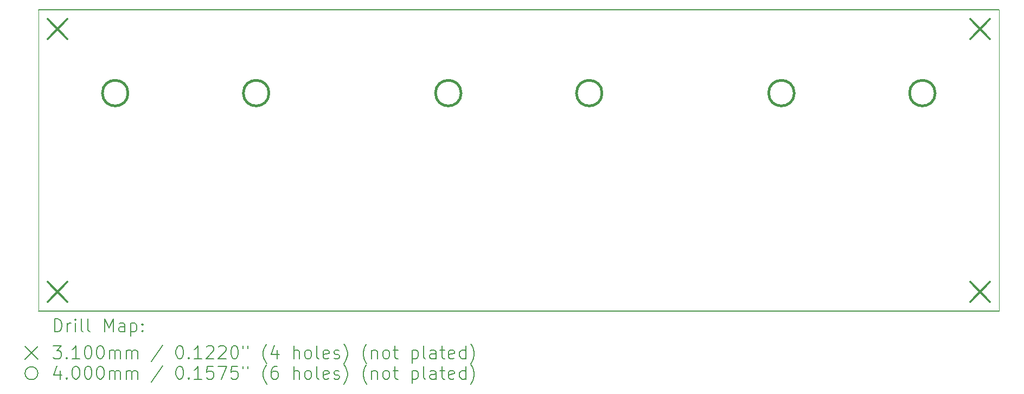
<source format=gbr>
%TF.GenerationSoftware,KiCad,Pcbnew,7.0.5*%
%TF.CreationDate,2023-09-06T13:33:30-04:00*%
%TF.ProjectId,untitled,756e7469-746c-4656-942e-6b696361645f,rev?*%
%TF.SameCoordinates,Original*%
%TF.FileFunction,Drillmap*%
%TF.FilePolarity,Positive*%
%FSLAX45Y45*%
G04 Gerber Fmt 4.5, Leading zero omitted, Abs format (unit mm)*
G04 Created by KiCad (PCBNEW 7.0.5) date 2023-09-06 13:33:30*
%MOMM*%
%LPD*%
G01*
G04 APERTURE LIST*
%ADD10C,0.050000*%
%ADD11C,0.152400*%
%ADD12C,0.200000*%
%ADD13C,0.310000*%
%ADD14C,0.400000*%
G04 APERTURE END LIST*
D10*
X7350110Y-7000360D02*
X7350110Y-11709400D01*
D11*
X7350110Y-11709400D02*
X22350110Y-11709400D01*
D10*
X22350110Y-7000360D02*
X22350110Y-11709400D01*
D11*
X22350110Y-7000360D02*
X7350110Y-7000360D01*
D12*
D13*
X7495110Y-7145360D02*
X7805110Y-7455360D01*
X7805110Y-7145360D02*
X7495110Y-7455360D01*
X7495110Y-11249600D02*
X7805110Y-11559600D01*
X7805110Y-11249600D02*
X7495110Y-11559600D01*
X21895110Y-7145360D02*
X22205110Y-7455360D01*
X22205110Y-7145360D02*
X21895110Y-7455360D01*
X21895110Y-11249600D02*
X22205110Y-11559600D01*
X22205110Y-11249600D02*
X21895110Y-11559600D01*
D14*
X8750110Y-8300360D02*
G75*
G03*
X8750110Y-8300360I-200000J0D01*
G01*
X10950110Y-8300360D02*
G75*
G03*
X10950110Y-8300360I-200000J0D01*
G01*
X13950110Y-8300360D02*
G75*
G03*
X13950110Y-8300360I-200000J0D01*
G01*
X16150110Y-8300360D02*
G75*
G03*
X16150110Y-8300360I-200000J0D01*
G01*
X19150110Y-8300360D02*
G75*
G03*
X19150110Y-8300360I-200000J0D01*
G01*
X21350110Y-8300360D02*
G75*
G03*
X21350110Y-8300360I-200000J0D01*
G01*
D12*
X7603267Y-12028504D02*
X7603267Y-11828504D01*
X7603267Y-11828504D02*
X7650886Y-11828504D01*
X7650886Y-11828504D02*
X7679457Y-11838028D01*
X7679457Y-11838028D02*
X7698505Y-11857075D01*
X7698505Y-11857075D02*
X7708029Y-11876123D01*
X7708029Y-11876123D02*
X7717552Y-11914218D01*
X7717552Y-11914218D02*
X7717552Y-11942789D01*
X7717552Y-11942789D02*
X7708029Y-11980885D01*
X7708029Y-11980885D02*
X7698505Y-11999932D01*
X7698505Y-11999932D02*
X7679457Y-12018980D01*
X7679457Y-12018980D02*
X7650886Y-12028504D01*
X7650886Y-12028504D02*
X7603267Y-12028504D01*
X7803267Y-12028504D02*
X7803267Y-11895170D01*
X7803267Y-11933266D02*
X7812791Y-11914218D01*
X7812791Y-11914218D02*
X7822314Y-11904694D01*
X7822314Y-11904694D02*
X7841362Y-11895170D01*
X7841362Y-11895170D02*
X7860410Y-11895170D01*
X7927076Y-12028504D02*
X7927076Y-11895170D01*
X7927076Y-11828504D02*
X7917552Y-11838028D01*
X7917552Y-11838028D02*
X7927076Y-11847551D01*
X7927076Y-11847551D02*
X7936600Y-11838028D01*
X7936600Y-11838028D02*
X7927076Y-11828504D01*
X7927076Y-11828504D02*
X7927076Y-11847551D01*
X8050886Y-12028504D02*
X8031838Y-12018980D01*
X8031838Y-12018980D02*
X8022314Y-11999932D01*
X8022314Y-11999932D02*
X8022314Y-11828504D01*
X8155648Y-12028504D02*
X8136600Y-12018980D01*
X8136600Y-12018980D02*
X8127076Y-11999932D01*
X8127076Y-11999932D02*
X8127076Y-11828504D01*
X8384219Y-12028504D02*
X8384219Y-11828504D01*
X8384219Y-11828504D02*
X8450886Y-11971361D01*
X8450886Y-11971361D02*
X8517553Y-11828504D01*
X8517553Y-11828504D02*
X8517553Y-12028504D01*
X8698505Y-12028504D02*
X8698505Y-11923742D01*
X8698505Y-11923742D02*
X8688981Y-11904694D01*
X8688981Y-11904694D02*
X8669934Y-11895170D01*
X8669934Y-11895170D02*
X8631838Y-11895170D01*
X8631838Y-11895170D02*
X8612791Y-11904694D01*
X8698505Y-12018980D02*
X8679457Y-12028504D01*
X8679457Y-12028504D02*
X8631838Y-12028504D01*
X8631838Y-12028504D02*
X8612791Y-12018980D01*
X8612791Y-12018980D02*
X8603267Y-11999932D01*
X8603267Y-11999932D02*
X8603267Y-11980885D01*
X8603267Y-11980885D02*
X8612791Y-11961837D01*
X8612791Y-11961837D02*
X8631838Y-11952313D01*
X8631838Y-11952313D02*
X8679457Y-11952313D01*
X8679457Y-11952313D02*
X8698505Y-11942789D01*
X8793743Y-11895170D02*
X8793743Y-12095170D01*
X8793743Y-11904694D02*
X8812791Y-11895170D01*
X8812791Y-11895170D02*
X8850886Y-11895170D01*
X8850886Y-11895170D02*
X8869934Y-11904694D01*
X8869934Y-11904694D02*
X8879457Y-11914218D01*
X8879457Y-11914218D02*
X8888981Y-11933266D01*
X8888981Y-11933266D02*
X8888981Y-11990408D01*
X8888981Y-11990408D02*
X8879457Y-12009456D01*
X8879457Y-12009456D02*
X8869934Y-12018980D01*
X8869934Y-12018980D02*
X8850886Y-12028504D01*
X8850886Y-12028504D02*
X8812791Y-12028504D01*
X8812791Y-12028504D02*
X8793743Y-12018980D01*
X8974695Y-12009456D02*
X8984219Y-12018980D01*
X8984219Y-12018980D02*
X8974695Y-12028504D01*
X8974695Y-12028504D02*
X8965172Y-12018980D01*
X8965172Y-12018980D02*
X8974695Y-12009456D01*
X8974695Y-12009456D02*
X8974695Y-12028504D01*
X8974695Y-11904694D02*
X8984219Y-11914218D01*
X8984219Y-11914218D02*
X8974695Y-11923742D01*
X8974695Y-11923742D02*
X8965172Y-11914218D01*
X8965172Y-11914218D02*
X8974695Y-11904694D01*
X8974695Y-11904694D02*
X8974695Y-11923742D01*
X7142490Y-12257020D02*
X7342490Y-12457020D01*
X7342490Y-12257020D02*
X7142490Y-12457020D01*
X7584219Y-12248504D02*
X7708029Y-12248504D01*
X7708029Y-12248504D02*
X7641362Y-12324694D01*
X7641362Y-12324694D02*
X7669933Y-12324694D01*
X7669933Y-12324694D02*
X7688981Y-12334218D01*
X7688981Y-12334218D02*
X7698505Y-12343742D01*
X7698505Y-12343742D02*
X7708029Y-12362789D01*
X7708029Y-12362789D02*
X7708029Y-12410408D01*
X7708029Y-12410408D02*
X7698505Y-12429456D01*
X7698505Y-12429456D02*
X7688981Y-12438980D01*
X7688981Y-12438980D02*
X7669933Y-12448504D01*
X7669933Y-12448504D02*
X7612791Y-12448504D01*
X7612791Y-12448504D02*
X7593743Y-12438980D01*
X7593743Y-12438980D02*
X7584219Y-12429456D01*
X7793743Y-12429456D02*
X7803267Y-12438980D01*
X7803267Y-12438980D02*
X7793743Y-12448504D01*
X7793743Y-12448504D02*
X7784219Y-12438980D01*
X7784219Y-12438980D02*
X7793743Y-12429456D01*
X7793743Y-12429456D02*
X7793743Y-12448504D01*
X7993743Y-12448504D02*
X7879457Y-12448504D01*
X7936600Y-12448504D02*
X7936600Y-12248504D01*
X7936600Y-12248504D02*
X7917552Y-12277075D01*
X7917552Y-12277075D02*
X7898505Y-12296123D01*
X7898505Y-12296123D02*
X7879457Y-12305647D01*
X8117552Y-12248504D02*
X8136600Y-12248504D01*
X8136600Y-12248504D02*
X8155648Y-12258028D01*
X8155648Y-12258028D02*
X8165172Y-12267551D01*
X8165172Y-12267551D02*
X8174695Y-12286599D01*
X8174695Y-12286599D02*
X8184219Y-12324694D01*
X8184219Y-12324694D02*
X8184219Y-12372313D01*
X8184219Y-12372313D02*
X8174695Y-12410408D01*
X8174695Y-12410408D02*
X8165172Y-12429456D01*
X8165172Y-12429456D02*
X8155648Y-12438980D01*
X8155648Y-12438980D02*
X8136600Y-12448504D01*
X8136600Y-12448504D02*
X8117552Y-12448504D01*
X8117552Y-12448504D02*
X8098505Y-12438980D01*
X8098505Y-12438980D02*
X8088981Y-12429456D01*
X8088981Y-12429456D02*
X8079457Y-12410408D01*
X8079457Y-12410408D02*
X8069933Y-12372313D01*
X8069933Y-12372313D02*
X8069933Y-12324694D01*
X8069933Y-12324694D02*
X8079457Y-12286599D01*
X8079457Y-12286599D02*
X8088981Y-12267551D01*
X8088981Y-12267551D02*
X8098505Y-12258028D01*
X8098505Y-12258028D02*
X8117552Y-12248504D01*
X8308029Y-12248504D02*
X8327076Y-12248504D01*
X8327076Y-12248504D02*
X8346124Y-12258028D01*
X8346124Y-12258028D02*
X8355648Y-12267551D01*
X8355648Y-12267551D02*
X8365172Y-12286599D01*
X8365172Y-12286599D02*
X8374695Y-12324694D01*
X8374695Y-12324694D02*
X8374695Y-12372313D01*
X8374695Y-12372313D02*
X8365172Y-12410408D01*
X8365172Y-12410408D02*
X8355648Y-12429456D01*
X8355648Y-12429456D02*
X8346124Y-12438980D01*
X8346124Y-12438980D02*
X8327076Y-12448504D01*
X8327076Y-12448504D02*
X8308029Y-12448504D01*
X8308029Y-12448504D02*
X8288981Y-12438980D01*
X8288981Y-12438980D02*
X8279457Y-12429456D01*
X8279457Y-12429456D02*
X8269933Y-12410408D01*
X8269933Y-12410408D02*
X8260410Y-12372313D01*
X8260410Y-12372313D02*
X8260410Y-12324694D01*
X8260410Y-12324694D02*
X8269933Y-12286599D01*
X8269933Y-12286599D02*
X8279457Y-12267551D01*
X8279457Y-12267551D02*
X8288981Y-12258028D01*
X8288981Y-12258028D02*
X8308029Y-12248504D01*
X8460410Y-12448504D02*
X8460410Y-12315170D01*
X8460410Y-12334218D02*
X8469934Y-12324694D01*
X8469934Y-12324694D02*
X8488981Y-12315170D01*
X8488981Y-12315170D02*
X8517553Y-12315170D01*
X8517553Y-12315170D02*
X8536600Y-12324694D01*
X8536600Y-12324694D02*
X8546124Y-12343742D01*
X8546124Y-12343742D02*
X8546124Y-12448504D01*
X8546124Y-12343742D02*
X8555648Y-12324694D01*
X8555648Y-12324694D02*
X8574695Y-12315170D01*
X8574695Y-12315170D02*
X8603267Y-12315170D01*
X8603267Y-12315170D02*
X8622315Y-12324694D01*
X8622315Y-12324694D02*
X8631838Y-12343742D01*
X8631838Y-12343742D02*
X8631838Y-12448504D01*
X8727076Y-12448504D02*
X8727076Y-12315170D01*
X8727076Y-12334218D02*
X8736600Y-12324694D01*
X8736600Y-12324694D02*
X8755648Y-12315170D01*
X8755648Y-12315170D02*
X8784219Y-12315170D01*
X8784219Y-12315170D02*
X8803267Y-12324694D01*
X8803267Y-12324694D02*
X8812791Y-12343742D01*
X8812791Y-12343742D02*
X8812791Y-12448504D01*
X8812791Y-12343742D02*
X8822315Y-12324694D01*
X8822315Y-12324694D02*
X8841362Y-12315170D01*
X8841362Y-12315170D02*
X8869934Y-12315170D01*
X8869934Y-12315170D02*
X8888981Y-12324694D01*
X8888981Y-12324694D02*
X8898505Y-12343742D01*
X8898505Y-12343742D02*
X8898505Y-12448504D01*
X9288981Y-12238980D02*
X9117553Y-12496123D01*
X9546124Y-12248504D02*
X9565172Y-12248504D01*
X9565172Y-12248504D02*
X9584219Y-12258028D01*
X9584219Y-12258028D02*
X9593743Y-12267551D01*
X9593743Y-12267551D02*
X9603267Y-12286599D01*
X9603267Y-12286599D02*
X9612791Y-12324694D01*
X9612791Y-12324694D02*
X9612791Y-12372313D01*
X9612791Y-12372313D02*
X9603267Y-12410408D01*
X9603267Y-12410408D02*
X9593743Y-12429456D01*
X9593743Y-12429456D02*
X9584219Y-12438980D01*
X9584219Y-12438980D02*
X9565172Y-12448504D01*
X9565172Y-12448504D02*
X9546124Y-12448504D01*
X9546124Y-12448504D02*
X9527077Y-12438980D01*
X9527077Y-12438980D02*
X9517553Y-12429456D01*
X9517553Y-12429456D02*
X9508029Y-12410408D01*
X9508029Y-12410408D02*
X9498505Y-12372313D01*
X9498505Y-12372313D02*
X9498505Y-12324694D01*
X9498505Y-12324694D02*
X9508029Y-12286599D01*
X9508029Y-12286599D02*
X9517553Y-12267551D01*
X9517553Y-12267551D02*
X9527077Y-12258028D01*
X9527077Y-12258028D02*
X9546124Y-12248504D01*
X9698505Y-12429456D02*
X9708029Y-12438980D01*
X9708029Y-12438980D02*
X9698505Y-12448504D01*
X9698505Y-12448504D02*
X9688981Y-12438980D01*
X9688981Y-12438980D02*
X9698505Y-12429456D01*
X9698505Y-12429456D02*
X9698505Y-12448504D01*
X9898505Y-12448504D02*
X9784219Y-12448504D01*
X9841362Y-12448504D02*
X9841362Y-12248504D01*
X9841362Y-12248504D02*
X9822315Y-12277075D01*
X9822315Y-12277075D02*
X9803267Y-12296123D01*
X9803267Y-12296123D02*
X9784219Y-12305647D01*
X9974696Y-12267551D02*
X9984219Y-12258028D01*
X9984219Y-12258028D02*
X10003267Y-12248504D01*
X10003267Y-12248504D02*
X10050886Y-12248504D01*
X10050886Y-12248504D02*
X10069934Y-12258028D01*
X10069934Y-12258028D02*
X10079458Y-12267551D01*
X10079458Y-12267551D02*
X10088981Y-12286599D01*
X10088981Y-12286599D02*
X10088981Y-12305647D01*
X10088981Y-12305647D02*
X10079458Y-12334218D01*
X10079458Y-12334218D02*
X9965172Y-12448504D01*
X9965172Y-12448504D02*
X10088981Y-12448504D01*
X10165172Y-12267551D02*
X10174696Y-12258028D01*
X10174696Y-12258028D02*
X10193743Y-12248504D01*
X10193743Y-12248504D02*
X10241362Y-12248504D01*
X10241362Y-12248504D02*
X10260410Y-12258028D01*
X10260410Y-12258028D02*
X10269934Y-12267551D01*
X10269934Y-12267551D02*
X10279458Y-12286599D01*
X10279458Y-12286599D02*
X10279458Y-12305647D01*
X10279458Y-12305647D02*
X10269934Y-12334218D01*
X10269934Y-12334218D02*
X10155648Y-12448504D01*
X10155648Y-12448504D02*
X10279458Y-12448504D01*
X10403267Y-12248504D02*
X10422315Y-12248504D01*
X10422315Y-12248504D02*
X10441362Y-12258028D01*
X10441362Y-12258028D02*
X10450886Y-12267551D01*
X10450886Y-12267551D02*
X10460410Y-12286599D01*
X10460410Y-12286599D02*
X10469934Y-12324694D01*
X10469934Y-12324694D02*
X10469934Y-12372313D01*
X10469934Y-12372313D02*
X10460410Y-12410408D01*
X10460410Y-12410408D02*
X10450886Y-12429456D01*
X10450886Y-12429456D02*
X10441362Y-12438980D01*
X10441362Y-12438980D02*
X10422315Y-12448504D01*
X10422315Y-12448504D02*
X10403267Y-12448504D01*
X10403267Y-12448504D02*
X10384219Y-12438980D01*
X10384219Y-12438980D02*
X10374696Y-12429456D01*
X10374696Y-12429456D02*
X10365172Y-12410408D01*
X10365172Y-12410408D02*
X10355648Y-12372313D01*
X10355648Y-12372313D02*
X10355648Y-12324694D01*
X10355648Y-12324694D02*
X10365172Y-12286599D01*
X10365172Y-12286599D02*
X10374696Y-12267551D01*
X10374696Y-12267551D02*
X10384219Y-12258028D01*
X10384219Y-12258028D02*
X10403267Y-12248504D01*
X10546124Y-12248504D02*
X10546124Y-12286599D01*
X10622315Y-12248504D02*
X10622315Y-12286599D01*
X10917553Y-12524694D02*
X10908029Y-12515170D01*
X10908029Y-12515170D02*
X10888981Y-12486599D01*
X10888981Y-12486599D02*
X10879458Y-12467551D01*
X10879458Y-12467551D02*
X10869934Y-12438980D01*
X10869934Y-12438980D02*
X10860410Y-12391361D01*
X10860410Y-12391361D02*
X10860410Y-12353266D01*
X10860410Y-12353266D02*
X10869934Y-12305647D01*
X10869934Y-12305647D02*
X10879458Y-12277075D01*
X10879458Y-12277075D02*
X10888981Y-12258028D01*
X10888981Y-12258028D02*
X10908029Y-12229456D01*
X10908029Y-12229456D02*
X10917553Y-12219932D01*
X11079458Y-12315170D02*
X11079458Y-12448504D01*
X11031839Y-12238980D02*
X10984220Y-12381837D01*
X10984220Y-12381837D02*
X11108029Y-12381837D01*
X11336600Y-12448504D02*
X11336600Y-12248504D01*
X11422315Y-12448504D02*
X11422315Y-12343742D01*
X11422315Y-12343742D02*
X11412791Y-12324694D01*
X11412791Y-12324694D02*
X11393743Y-12315170D01*
X11393743Y-12315170D02*
X11365172Y-12315170D01*
X11365172Y-12315170D02*
X11346124Y-12324694D01*
X11346124Y-12324694D02*
X11336600Y-12334218D01*
X11546124Y-12448504D02*
X11527077Y-12438980D01*
X11527077Y-12438980D02*
X11517553Y-12429456D01*
X11517553Y-12429456D02*
X11508029Y-12410408D01*
X11508029Y-12410408D02*
X11508029Y-12353266D01*
X11508029Y-12353266D02*
X11517553Y-12334218D01*
X11517553Y-12334218D02*
X11527077Y-12324694D01*
X11527077Y-12324694D02*
X11546124Y-12315170D01*
X11546124Y-12315170D02*
X11574696Y-12315170D01*
X11574696Y-12315170D02*
X11593743Y-12324694D01*
X11593743Y-12324694D02*
X11603267Y-12334218D01*
X11603267Y-12334218D02*
X11612791Y-12353266D01*
X11612791Y-12353266D02*
X11612791Y-12410408D01*
X11612791Y-12410408D02*
X11603267Y-12429456D01*
X11603267Y-12429456D02*
X11593743Y-12438980D01*
X11593743Y-12438980D02*
X11574696Y-12448504D01*
X11574696Y-12448504D02*
X11546124Y-12448504D01*
X11727077Y-12448504D02*
X11708029Y-12438980D01*
X11708029Y-12438980D02*
X11698505Y-12419932D01*
X11698505Y-12419932D02*
X11698505Y-12248504D01*
X11879458Y-12438980D02*
X11860410Y-12448504D01*
X11860410Y-12448504D02*
X11822315Y-12448504D01*
X11822315Y-12448504D02*
X11803267Y-12438980D01*
X11803267Y-12438980D02*
X11793743Y-12419932D01*
X11793743Y-12419932D02*
X11793743Y-12343742D01*
X11793743Y-12343742D02*
X11803267Y-12324694D01*
X11803267Y-12324694D02*
X11822315Y-12315170D01*
X11822315Y-12315170D02*
X11860410Y-12315170D01*
X11860410Y-12315170D02*
X11879458Y-12324694D01*
X11879458Y-12324694D02*
X11888981Y-12343742D01*
X11888981Y-12343742D02*
X11888981Y-12362789D01*
X11888981Y-12362789D02*
X11793743Y-12381837D01*
X11965172Y-12438980D02*
X11984220Y-12448504D01*
X11984220Y-12448504D02*
X12022315Y-12448504D01*
X12022315Y-12448504D02*
X12041362Y-12438980D01*
X12041362Y-12438980D02*
X12050886Y-12419932D01*
X12050886Y-12419932D02*
X12050886Y-12410408D01*
X12050886Y-12410408D02*
X12041362Y-12391361D01*
X12041362Y-12391361D02*
X12022315Y-12381837D01*
X12022315Y-12381837D02*
X11993743Y-12381837D01*
X11993743Y-12381837D02*
X11974696Y-12372313D01*
X11974696Y-12372313D02*
X11965172Y-12353266D01*
X11965172Y-12353266D02*
X11965172Y-12343742D01*
X11965172Y-12343742D02*
X11974696Y-12324694D01*
X11974696Y-12324694D02*
X11993743Y-12315170D01*
X11993743Y-12315170D02*
X12022315Y-12315170D01*
X12022315Y-12315170D02*
X12041362Y-12324694D01*
X12117553Y-12524694D02*
X12127077Y-12515170D01*
X12127077Y-12515170D02*
X12146124Y-12486599D01*
X12146124Y-12486599D02*
X12155648Y-12467551D01*
X12155648Y-12467551D02*
X12165172Y-12438980D01*
X12165172Y-12438980D02*
X12174696Y-12391361D01*
X12174696Y-12391361D02*
X12174696Y-12353266D01*
X12174696Y-12353266D02*
X12165172Y-12305647D01*
X12165172Y-12305647D02*
X12155648Y-12277075D01*
X12155648Y-12277075D02*
X12146124Y-12258028D01*
X12146124Y-12258028D02*
X12127077Y-12229456D01*
X12127077Y-12229456D02*
X12117553Y-12219932D01*
X12479458Y-12524694D02*
X12469934Y-12515170D01*
X12469934Y-12515170D02*
X12450886Y-12486599D01*
X12450886Y-12486599D02*
X12441362Y-12467551D01*
X12441362Y-12467551D02*
X12431839Y-12438980D01*
X12431839Y-12438980D02*
X12422315Y-12391361D01*
X12422315Y-12391361D02*
X12422315Y-12353266D01*
X12422315Y-12353266D02*
X12431839Y-12305647D01*
X12431839Y-12305647D02*
X12441362Y-12277075D01*
X12441362Y-12277075D02*
X12450886Y-12258028D01*
X12450886Y-12258028D02*
X12469934Y-12229456D01*
X12469934Y-12229456D02*
X12479458Y-12219932D01*
X12555648Y-12315170D02*
X12555648Y-12448504D01*
X12555648Y-12334218D02*
X12565172Y-12324694D01*
X12565172Y-12324694D02*
X12584220Y-12315170D01*
X12584220Y-12315170D02*
X12612791Y-12315170D01*
X12612791Y-12315170D02*
X12631839Y-12324694D01*
X12631839Y-12324694D02*
X12641362Y-12343742D01*
X12641362Y-12343742D02*
X12641362Y-12448504D01*
X12765172Y-12448504D02*
X12746124Y-12438980D01*
X12746124Y-12438980D02*
X12736601Y-12429456D01*
X12736601Y-12429456D02*
X12727077Y-12410408D01*
X12727077Y-12410408D02*
X12727077Y-12353266D01*
X12727077Y-12353266D02*
X12736601Y-12334218D01*
X12736601Y-12334218D02*
X12746124Y-12324694D01*
X12746124Y-12324694D02*
X12765172Y-12315170D01*
X12765172Y-12315170D02*
X12793743Y-12315170D01*
X12793743Y-12315170D02*
X12812791Y-12324694D01*
X12812791Y-12324694D02*
X12822315Y-12334218D01*
X12822315Y-12334218D02*
X12831839Y-12353266D01*
X12831839Y-12353266D02*
X12831839Y-12410408D01*
X12831839Y-12410408D02*
X12822315Y-12429456D01*
X12822315Y-12429456D02*
X12812791Y-12438980D01*
X12812791Y-12438980D02*
X12793743Y-12448504D01*
X12793743Y-12448504D02*
X12765172Y-12448504D01*
X12888982Y-12315170D02*
X12965172Y-12315170D01*
X12917553Y-12248504D02*
X12917553Y-12419932D01*
X12917553Y-12419932D02*
X12927077Y-12438980D01*
X12927077Y-12438980D02*
X12946124Y-12448504D01*
X12946124Y-12448504D02*
X12965172Y-12448504D01*
X13184220Y-12315170D02*
X13184220Y-12515170D01*
X13184220Y-12324694D02*
X13203267Y-12315170D01*
X13203267Y-12315170D02*
X13241363Y-12315170D01*
X13241363Y-12315170D02*
X13260410Y-12324694D01*
X13260410Y-12324694D02*
X13269934Y-12334218D01*
X13269934Y-12334218D02*
X13279458Y-12353266D01*
X13279458Y-12353266D02*
X13279458Y-12410408D01*
X13279458Y-12410408D02*
X13269934Y-12429456D01*
X13269934Y-12429456D02*
X13260410Y-12438980D01*
X13260410Y-12438980D02*
X13241363Y-12448504D01*
X13241363Y-12448504D02*
X13203267Y-12448504D01*
X13203267Y-12448504D02*
X13184220Y-12438980D01*
X13393743Y-12448504D02*
X13374696Y-12438980D01*
X13374696Y-12438980D02*
X13365172Y-12419932D01*
X13365172Y-12419932D02*
X13365172Y-12248504D01*
X13555648Y-12448504D02*
X13555648Y-12343742D01*
X13555648Y-12343742D02*
X13546124Y-12324694D01*
X13546124Y-12324694D02*
X13527077Y-12315170D01*
X13527077Y-12315170D02*
X13488982Y-12315170D01*
X13488982Y-12315170D02*
X13469934Y-12324694D01*
X13555648Y-12438980D02*
X13536601Y-12448504D01*
X13536601Y-12448504D02*
X13488982Y-12448504D01*
X13488982Y-12448504D02*
X13469934Y-12438980D01*
X13469934Y-12438980D02*
X13460410Y-12419932D01*
X13460410Y-12419932D02*
X13460410Y-12400885D01*
X13460410Y-12400885D02*
X13469934Y-12381837D01*
X13469934Y-12381837D02*
X13488982Y-12372313D01*
X13488982Y-12372313D02*
X13536601Y-12372313D01*
X13536601Y-12372313D02*
X13555648Y-12362789D01*
X13622315Y-12315170D02*
X13698505Y-12315170D01*
X13650886Y-12248504D02*
X13650886Y-12419932D01*
X13650886Y-12419932D02*
X13660410Y-12438980D01*
X13660410Y-12438980D02*
X13679458Y-12448504D01*
X13679458Y-12448504D02*
X13698505Y-12448504D01*
X13841363Y-12438980D02*
X13822315Y-12448504D01*
X13822315Y-12448504D02*
X13784220Y-12448504D01*
X13784220Y-12448504D02*
X13765172Y-12438980D01*
X13765172Y-12438980D02*
X13755648Y-12419932D01*
X13755648Y-12419932D02*
X13755648Y-12343742D01*
X13755648Y-12343742D02*
X13765172Y-12324694D01*
X13765172Y-12324694D02*
X13784220Y-12315170D01*
X13784220Y-12315170D02*
X13822315Y-12315170D01*
X13822315Y-12315170D02*
X13841363Y-12324694D01*
X13841363Y-12324694D02*
X13850886Y-12343742D01*
X13850886Y-12343742D02*
X13850886Y-12362789D01*
X13850886Y-12362789D02*
X13755648Y-12381837D01*
X14022315Y-12448504D02*
X14022315Y-12248504D01*
X14022315Y-12438980D02*
X14003267Y-12448504D01*
X14003267Y-12448504D02*
X13965172Y-12448504D01*
X13965172Y-12448504D02*
X13946124Y-12438980D01*
X13946124Y-12438980D02*
X13936601Y-12429456D01*
X13936601Y-12429456D02*
X13927077Y-12410408D01*
X13927077Y-12410408D02*
X13927077Y-12353266D01*
X13927077Y-12353266D02*
X13936601Y-12334218D01*
X13936601Y-12334218D02*
X13946124Y-12324694D01*
X13946124Y-12324694D02*
X13965172Y-12315170D01*
X13965172Y-12315170D02*
X14003267Y-12315170D01*
X14003267Y-12315170D02*
X14022315Y-12324694D01*
X14098505Y-12524694D02*
X14108029Y-12515170D01*
X14108029Y-12515170D02*
X14127077Y-12486599D01*
X14127077Y-12486599D02*
X14136601Y-12467551D01*
X14136601Y-12467551D02*
X14146124Y-12438980D01*
X14146124Y-12438980D02*
X14155648Y-12391361D01*
X14155648Y-12391361D02*
X14155648Y-12353266D01*
X14155648Y-12353266D02*
X14146124Y-12305647D01*
X14146124Y-12305647D02*
X14136601Y-12277075D01*
X14136601Y-12277075D02*
X14127077Y-12258028D01*
X14127077Y-12258028D02*
X14108029Y-12229456D01*
X14108029Y-12229456D02*
X14098505Y-12219932D01*
X7342490Y-12677020D02*
G75*
G03*
X7342490Y-12677020I-100000J0D01*
G01*
X7688981Y-12635170D02*
X7688981Y-12768504D01*
X7641362Y-12558980D02*
X7593743Y-12701837D01*
X7593743Y-12701837D02*
X7717552Y-12701837D01*
X7793743Y-12749456D02*
X7803267Y-12758980D01*
X7803267Y-12758980D02*
X7793743Y-12768504D01*
X7793743Y-12768504D02*
X7784219Y-12758980D01*
X7784219Y-12758980D02*
X7793743Y-12749456D01*
X7793743Y-12749456D02*
X7793743Y-12768504D01*
X7927076Y-12568504D02*
X7946124Y-12568504D01*
X7946124Y-12568504D02*
X7965172Y-12578028D01*
X7965172Y-12578028D02*
X7974695Y-12587551D01*
X7974695Y-12587551D02*
X7984219Y-12606599D01*
X7984219Y-12606599D02*
X7993743Y-12644694D01*
X7993743Y-12644694D02*
X7993743Y-12692313D01*
X7993743Y-12692313D02*
X7984219Y-12730408D01*
X7984219Y-12730408D02*
X7974695Y-12749456D01*
X7974695Y-12749456D02*
X7965172Y-12758980D01*
X7965172Y-12758980D02*
X7946124Y-12768504D01*
X7946124Y-12768504D02*
X7927076Y-12768504D01*
X7927076Y-12768504D02*
X7908029Y-12758980D01*
X7908029Y-12758980D02*
X7898505Y-12749456D01*
X7898505Y-12749456D02*
X7888981Y-12730408D01*
X7888981Y-12730408D02*
X7879457Y-12692313D01*
X7879457Y-12692313D02*
X7879457Y-12644694D01*
X7879457Y-12644694D02*
X7888981Y-12606599D01*
X7888981Y-12606599D02*
X7898505Y-12587551D01*
X7898505Y-12587551D02*
X7908029Y-12578028D01*
X7908029Y-12578028D02*
X7927076Y-12568504D01*
X8117552Y-12568504D02*
X8136600Y-12568504D01*
X8136600Y-12568504D02*
X8155648Y-12578028D01*
X8155648Y-12578028D02*
X8165172Y-12587551D01*
X8165172Y-12587551D02*
X8174695Y-12606599D01*
X8174695Y-12606599D02*
X8184219Y-12644694D01*
X8184219Y-12644694D02*
X8184219Y-12692313D01*
X8184219Y-12692313D02*
X8174695Y-12730408D01*
X8174695Y-12730408D02*
X8165172Y-12749456D01*
X8165172Y-12749456D02*
X8155648Y-12758980D01*
X8155648Y-12758980D02*
X8136600Y-12768504D01*
X8136600Y-12768504D02*
X8117552Y-12768504D01*
X8117552Y-12768504D02*
X8098505Y-12758980D01*
X8098505Y-12758980D02*
X8088981Y-12749456D01*
X8088981Y-12749456D02*
X8079457Y-12730408D01*
X8079457Y-12730408D02*
X8069933Y-12692313D01*
X8069933Y-12692313D02*
X8069933Y-12644694D01*
X8069933Y-12644694D02*
X8079457Y-12606599D01*
X8079457Y-12606599D02*
X8088981Y-12587551D01*
X8088981Y-12587551D02*
X8098505Y-12578028D01*
X8098505Y-12578028D02*
X8117552Y-12568504D01*
X8308029Y-12568504D02*
X8327076Y-12568504D01*
X8327076Y-12568504D02*
X8346124Y-12578028D01*
X8346124Y-12578028D02*
X8355648Y-12587551D01*
X8355648Y-12587551D02*
X8365172Y-12606599D01*
X8365172Y-12606599D02*
X8374695Y-12644694D01*
X8374695Y-12644694D02*
X8374695Y-12692313D01*
X8374695Y-12692313D02*
X8365172Y-12730408D01*
X8365172Y-12730408D02*
X8355648Y-12749456D01*
X8355648Y-12749456D02*
X8346124Y-12758980D01*
X8346124Y-12758980D02*
X8327076Y-12768504D01*
X8327076Y-12768504D02*
X8308029Y-12768504D01*
X8308029Y-12768504D02*
X8288981Y-12758980D01*
X8288981Y-12758980D02*
X8279457Y-12749456D01*
X8279457Y-12749456D02*
X8269933Y-12730408D01*
X8269933Y-12730408D02*
X8260410Y-12692313D01*
X8260410Y-12692313D02*
X8260410Y-12644694D01*
X8260410Y-12644694D02*
X8269933Y-12606599D01*
X8269933Y-12606599D02*
X8279457Y-12587551D01*
X8279457Y-12587551D02*
X8288981Y-12578028D01*
X8288981Y-12578028D02*
X8308029Y-12568504D01*
X8460410Y-12768504D02*
X8460410Y-12635170D01*
X8460410Y-12654218D02*
X8469934Y-12644694D01*
X8469934Y-12644694D02*
X8488981Y-12635170D01*
X8488981Y-12635170D02*
X8517553Y-12635170D01*
X8517553Y-12635170D02*
X8536600Y-12644694D01*
X8536600Y-12644694D02*
X8546124Y-12663742D01*
X8546124Y-12663742D02*
X8546124Y-12768504D01*
X8546124Y-12663742D02*
X8555648Y-12644694D01*
X8555648Y-12644694D02*
X8574695Y-12635170D01*
X8574695Y-12635170D02*
X8603267Y-12635170D01*
X8603267Y-12635170D02*
X8622315Y-12644694D01*
X8622315Y-12644694D02*
X8631838Y-12663742D01*
X8631838Y-12663742D02*
X8631838Y-12768504D01*
X8727076Y-12768504D02*
X8727076Y-12635170D01*
X8727076Y-12654218D02*
X8736600Y-12644694D01*
X8736600Y-12644694D02*
X8755648Y-12635170D01*
X8755648Y-12635170D02*
X8784219Y-12635170D01*
X8784219Y-12635170D02*
X8803267Y-12644694D01*
X8803267Y-12644694D02*
X8812791Y-12663742D01*
X8812791Y-12663742D02*
X8812791Y-12768504D01*
X8812791Y-12663742D02*
X8822315Y-12644694D01*
X8822315Y-12644694D02*
X8841362Y-12635170D01*
X8841362Y-12635170D02*
X8869934Y-12635170D01*
X8869934Y-12635170D02*
X8888981Y-12644694D01*
X8888981Y-12644694D02*
X8898505Y-12663742D01*
X8898505Y-12663742D02*
X8898505Y-12768504D01*
X9288981Y-12558980D02*
X9117553Y-12816123D01*
X9546124Y-12568504D02*
X9565172Y-12568504D01*
X9565172Y-12568504D02*
X9584219Y-12578028D01*
X9584219Y-12578028D02*
X9593743Y-12587551D01*
X9593743Y-12587551D02*
X9603267Y-12606599D01*
X9603267Y-12606599D02*
X9612791Y-12644694D01*
X9612791Y-12644694D02*
X9612791Y-12692313D01*
X9612791Y-12692313D02*
X9603267Y-12730408D01*
X9603267Y-12730408D02*
X9593743Y-12749456D01*
X9593743Y-12749456D02*
X9584219Y-12758980D01*
X9584219Y-12758980D02*
X9565172Y-12768504D01*
X9565172Y-12768504D02*
X9546124Y-12768504D01*
X9546124Y-12768504D02*
X9527077Y-12758980D01*
X9527077Y-12758980D02*
X9517553Y-12749456D01*
X9517553Y-12749456D02*
X9508029Y-12730408D01*
X9508029Y-12730408D02*
X9498505Y-12692313D01*
X9498505Y-12692313D02*
X9498505Y-12644694D01*
X9498505Y-12644694D02*
X9508029Y-12606599D01*
X9508029Y-12606599D02*
X9517553Y-12587551D01*
X9517553Y-12587551D02*
X9527077Y-12578028D01*
X9527077Y-12578028D02*
X9546124Y-12568504D01*
X9698505Y-12749456D02*
X9708029Y-12758980D01*
X9708029Y-12758980D02*
X9698505Y-12768504D01*
X9698505Y-12768504D02*
X9688981Y-12758980D01*
X9688981Y-12758980D02*
X9698505Y-12749456D01*
X9698505Y-12749456D02*
X9698505Y-12768504D01*
X9898505Y-12768504D02*
X9784219Y-12768504D01*
X9841362Y-12768504D02*
X9841362Y-12568504D01*
X9841362Y-12568504D02*
X9822315Y-12597075D01*
X9822315Y-12597075D02*
X9803267Y-12616123D01*
X9803267Y-12616123D02*
X9784219Y-12625647D01*
X10079458Y-12568504D02*
X9984219Y-12568504D01*
X9984219Y-12568504D02*
X9974696Y-12663742D01*
X9974696Y-12663742D02*
X9984219Y-12654218D01*
X9984219Y-12654218D02*
X10003267Y-12644694D01*
X10003267Y-12644694D02*
X10050886Y-12644694D01*
X10050886Y-12644694D02*
X10069934Y-12654218D01*
X10069934Y-12654218D02*
X10079458Y-12663742D01*
X10079458Y-12663742D02*
X10088981Y-12682789D01*
X10088981Y-12682789D02*
X10088981Y-12730408D01*
X10088981Y-12730408D02*
X10079458Y-12749456D01*
X10079458Y-12749456D02*
X10069934Y-12758980D01*
X10069934Y-12758980D02*
X10050886Y-12768504D01*
X10050886Y-12768504D02*
X10003267Y-12768504D01*
X10003267Y-12768504D02*
X9984219Y-12758980D01*
X9984219Y-12758980D02*
X9974696Y-12749456D01*
X10155648Y-12568504D02*
X10288981Y-12568504D01*
X10288981Y-12568504D02*
X10203267Y-12768504D01*
X10460410Y-12568504D02*
X10365172Y-12568504D01*
X10365172Y-12568504D02*
X10355648Y-12663742D01*
X10355648Y-12663742D02*
X10365172Y-12654218D01*
X10365172Y-12654218D02*
X10384219Y-12644694D01*
X10384219Y-12644694D02*
X10431839Y-12644694D01*
X10431839Y-12644694D02*
X10450886Y-12654218D01*
X10450886Y-12654218D02*
X10460410Y-12663742D01*
X10460410Y-12663742D02*
X10469934Y-12682789D01*
X10469934Y-12682789D02*
X10469934Y-12730408D01*
X10469934Y-12730408D02*
X10460410Y-12749456D01*
X10460410Y-12749456D02*
X10450886Y-12758980D01*
X10450886Y-12758980D02*
X10431839Y-12768504D01*
X10431839Y-12768504D02*
X10384219Y-12768504D01*
X10384219Y-12768504D02*
X10365172Y-12758980D01*
X10365172Y-12758980D02*
X10355648Y-12749456D01*
X10546124Y-12568504D02*
X10546124Y-12606599D01*
X10622315Y-12568504D02*
X10622315Y-12606599D01*
X10917553Y-12844694D02*
X10908029Y-12835170D01*
X10908029Y-12835170D02*
X10888981Y-12806599D01*
X10888981Y-12806599D02*
X10879458Y-12787551D01*
X10879458Y-12787551D02*
X10869934Y-12758980D01*
X10869934Y-12758980D02*
X10860410Y-12711361D01*
X10860410Y-12711361D02*
X10860410Y-12673266D01*
X10860410Y-12673266D02*
X10869934Y-12625647D01*
X10869934Y-12625647D02*
X10879458Y-12597075D01*
X10879458Y-12597075D02*
X10888981Y-12578028D01*
X10888981Y-12578028D02*
X10908029Y-12549456D01*
X10908029Y-12549456D02*
X10917553Y-12539932D01*
X11079458Y-12568504D02*
X11041362Y-12568504D01*
X11041362Y-12568504D02*
X11022315Y-12578028D01*
X11022315Y-12578028D02*
X11012791Y-12587551D01*
X11012791Y-12587551D02*
X10993743Y-12616123D01*
X10993743Y-12616123D02*
X10984220Y-12654218D01*
X10984220Y-12654218D02*
X10984220Y-12730408D01*
X10984220Y-12730408D02*
X10993743Y-12749456D01*
X10993743Y-12749456D02*
X11003267Y-12758980D01*
X11003267Y-12758980D02*
X11022315Y-12768504D01*
X11022315Y-12768504D02*
X11060410Y-12768504D01*
X11060410Y-12768504D02*
X11079458Y-12758980D01*
X11079458Y-12758980D02*
X11088981Y-12749456D01*
X11088981Y-12749456D02*
X11098505Y-12730408D01*
X11098505Y-12730408D02*
X11098505Y-12682789D01*
X11098505Y-12682789D02*
X11088981Y-12663742D01*
X11088981Y-12663742D02*
X11079458Y-12654218D01*
X11079458Y-12654218D02*
X11060410Y-12644694D01*
X11060410Y-12644694D02*
X11022315Y-12644694D01*
X11022315Y-12644694D02*
X11003267Y-12654218D01*
X11003267Y-12654218D02*
X10993743Y-12663742D01*
X10993743Y-12663742D02*
X10984220Y-12682789D01*
X11336600Y-12768504D02*
X11336600Y-12568504D01*
X11422315Y-12768504D02*
X11422315Y-12663742D01*
X11422315Y-12663742D02*
X11412791Y-12644694D01*
X11412791Y-12644694D02*
X11393743Y-12635170D01*
X11393743Y-12635170D02*
X11365172Y-12635170D01*
X11365172Y-12635170D02*
X11346124Y-12644694D01*
X11346124Y-12644694D02*
X11336600Y-12654218D01*
X11546124Y-12768504D02*
X11527077Y-12758980D01*
X11527077Y-12758980D02*
X11517553Y-12749456D01*
X11517553Y-12749456D02*
X11508029Y-12730408D01*
X11508029Y-12730408D02*
X11508029Y-12673266D01*
X11508029Y-12673266D02*
X11517553Y-12654218D01*
X11517553Y-12654218D02*
X11527077Y-12644694D01*
X11527077Y-12644694D02*
X11546124Y-12635170D01*
X11546124Y-12635170D02*
X11574696Y-12635170D01*
X11574696Y-12635170D02*
X11593743Y-12644694D01*
X11593743Y-12644694D02*
X11603267Y-12654218D01*
X11603267Y-12654218D02*
X11612791Y-12673266D01*
X11612791Y-12673266D02*
X11612791Y-12730408D01*
X11612791Y-12730408D02*
X11603267Y-12749456D01*
X11603267Y-12749456D02*
X11593743Y-12758980D01*
X11593743Y-12758980D02*
X11574696Y-12768504D01*
X11574696Y-12768504D02*
X11546124Y-12768504D01*
X11727077Y-12768504D02*
X11708029Y-12758980D01*
X11708029Y-12758980D02*
X11698505Y-12739932D01*
X11698505Y-12739932D02*
X11698505Y-12568504D01*
X11879458Y-12758980D02*
X11860410Y-12768504D01*
X11860410Y-12768504D02*
X11822315Y-12768504D01*
X11822315Y-12768504D02*
X11803267Y-12758980D01*
X11803267Y-12758980D02*
X11793743Y-12739932D01*
X11793743Y-12739932D02*
X11793743Y-12663742D01*
X11793743Y-12663742D02*
X11803267Y-12644694D01*
X11803267Y-12644694D02*
X11822315Y-12635170D01*
X11822315Y-12635170D02*
X11860410Y-12635170D01*
X11860410Y-12635170D02*
X11879458Y-12644694D01*
X11879458Y-12644694D02*
X11888981Y-12663742D01*
X11888981Y-12663742D02*
X11888981Y-12682789D01*
X11888981Y-12682789D02*
X11793743Y-12701837D01*
X11965172Y-12758980D02*
X11984220Y-12768504D01*
X11984220Y-12768504D02*
X12022315Y-12768504D01*
X12022315Y-12768504D02*
X12041362Y-12758980D01*
X12041362Y-12758980D02*
X12050886Y-12739932D01*
X12050886Y-12739932D02*
X12050886Y-12730408D01*
X12050886Y-12730408D02*
X12041362Y-12711361D01*
X12041362Y-12711361D02*
X12022315Y-12701837D01*
X12022315Y-12701837D02*
X11993743Y-12701837D01*
X11993743Y-12701837D02*
X11974696Y-12692313D01*
X11974696Y-12692313D02*
X11965172Y-12673266D01*
X11965172Y-12673266D02*
X11965172Y-12663742D01*
X11965172Y-12663742D02*
X11974696Y-12644694D01*
X11974696Y-12644694D02*
X11993743Y-12635170D01*
X11993743Y-12635170D02*
X12022315Y-12635170D01*
X12022315Y-12635170D02*
X12041362Y-12644694D01*
X12117553Y-12844694D02*
X12127077Y-12835170D01*
X12127077Y-12835170D02*
X12146124Y-12806599D01*
X12146124Y-12806599D02*
X12155648Y-12787551D01*
X12155648Y-12787551D02*
X12165172Y-12758980D01*
X12165172Y-12758980D02*
X12174696Y-12711361D01*
X12174696Y-12711361D02*
X12174696Y-12673266D01*
X12174696Y-12673266D02*
X12165172Y-12625647D01*
X12165172Y-12625647D02*
X12155648Y-12597075D01*
X12155648Y-12597075D02*
X12146124Y-12578028D01*
X12146124Y-12578028D02*
X12127077Y-12549456D01*
X12127077Y-12549456D02*
X12117553Y-12539932D01*
X12479458Y-12844694D02*
X12469934Y-12835170D01*
X12469934Y-12835170D02*
X12450886Y-12806599D01*
X12450886Y-12806599D02*
X12441362Y-12787551D01*
X12441362Y-12787551D02*
X12431839Y-12758980D01*
X12431839Y-12758980D02*
X12422315Y-12711361D01*
X12422315Y-12711361D02*
X12422315Y-12673266D01*
X12422315Y-12673266D02*
X12431839Y-12625647D01*
X12431839Y-12625647D02*
X12441362Y-12597075D01*
X12441362Y-12597075D02*
X12450886Y-12578028D01*
X12450886Y-12578028D02*
X12469934Y-12549456D01*
X12469934Y-12549456D02*
X12479458Y-12539932D01*
X12555648Y-12635170D02*
X12555648Y-12768504D01*
X12555648Y-12654218D02*
X12565172Y-12644694D01*
X12565172Y-12644694D02*
X12584220Y-12635170D01*
X12584220Y-12635170D02*
X12612791Y-12635170D01*
X12612791Y-12635170D02*
X12631839Y-12644694D01*
X12631839Y-12644694D02*
X12641362Y-12663742D01*
X12641362Y-12663742D02*
X12641362Y-12768504D01*
X12765172Y-12768504D02*
X12746124Y-12758980D01*
X12746124Y-12758980D02*
X12736601Y-12749456D01*
X12736601Y-12749456D02*
X12727077Y-12730408D01*
X12727077Y-12730408D02*
X12727077Y-12673266D01*
X12727077Y-12673266D02*
X12736601Y-12654218D01*
X12736601Y-12654218D02*
X12746124Y-12644694D01*
X12746124Y-12644694D02*
X12765172Y-12635170D01*
X12765172Y-12635170D02*
X12793743Y-12635170D01*
X12793743Y-12635170D02*
X12812791Y-12644694D01*
X12812791Y-12644694D02*
X12822315Y-12654218D01*
X12822315Y-12654218D02*
X12831839Y-12673266D01*
X12831839Y-12673266D02*
X12831839Y-12730408D01*
X12831839Y-12730408D02*
X12822315Y-12749456D01*
X12822315Y-12749456D02*
X12812791Y-12758980D01*
X12812791Y-12758980D02*
X12793743Y-12768504D01*
X12793743Y-12768504D02*
X12765172Y-12768504D01*
X12888982Y-12635170D02*
X12965172Y-12635170D01*
X12917553Y-12568504D02*
X12917553Y-12739932D01*
X12917553Y-12739932D02*
X12927077Y-12758980D01*
X12927077Y-12758980D02*
X12946124Y-12768504D01*
X12946124Y-12768504D02*
X12965172Y-12768504D01*
X13184220Y-12635170D02*
X13184220Y-12835170D01*
X13184220Y-12644694D02*
X13203267Y-12635170D01*
X13203267Y-12635170D02*
X13241363Y-12635170D01*
X13241363Y-12635170D02*
X13260410Y-12644694D01*
X13260410Y-12644694D02*
X13269934Y-12654218D01*
X13269934Y-12654218D02*
X13279458Y-12673266D01*
X13279458Y-12673266D02*
X13279458Y-12730408D01*
X13279458Y-12730408D02*
X13269934Y-12749456D01*
X13269934Y-12749456D02*
X13260410Y-12758980D01*
X13260410Y-12758980D02*
X13241363Y-12768504D01*
X13241363Y-12768504D02*
X13203267Y-12768504D01*
X13203267Y-12768504D02*
X13184220Y-12758980D01*
X13393743Y-12768504D02*
X13374696Y-12758980D01*
X13374696Y-12758980D02*
X13365172Y-12739932D01*
X13365172Y-12739932D02*
X13365172Y-12568504D01*
X13555648Y-12768504D02*
X13555648Y-12663742D01*
X13555648Y-12663742D02*
X13546124Y-12644694D01*
X13546124Y-12644694D02*
X13527077Y-12635170D01*
X13527077Y-12635170D02*
X13488982Y-12635170D01*
X13488982Y-12635170D02*
X13469934Y-12644694D01*
X13555648Y-12758980D02*
X13536601Y-12768504D01*
X13536601Y-12768504D02*
X13488982Y-12768504D01*
X13488982Y-12768504D02*
X13469934Y-12758980D01*
X13469934Y-12758980D02*
X13460410Y-12739932D01*
X13460410Y-12739932D02*
X13460410Y-12720885D01*
X13460410Y-12720885D02*
X13469934Y-12701837D01*
X13469934Y-12701837D02*
X13488982Y-12692313D01*
X13488982Y-12692313D02*
X13536601Y-12692313D01*
X13536601Y-12692313D02*
X13555648Y-12682789D01*
X13622315Y-12635170D02*
X13698505Y-12635170D01*
X13650886Y-12568504D02*
X13650886Y-12739932D01*
X13650886Y-12739932D02*
X13660410Y-12758980D01*
X13660410Y-12758980D02*
X13679458Y-12768504D01*
X13679458Y-12768504D02*
X13698505Y-12768504D01*
X13841363Y-12758980D02*
X13822315Y-12768504D01*
X13822315Y-12768504D02*
X13784220Y-12768504D01*
X13784220Y-12768504D02*
X13765172Y-12758980D01*
X13765172Y-12758980D02*
X13755648Y-12739932D01*
X13755648Y-12739932D02*
X13755648Y-12663742D01*
X13755648Y-12663742D02*
X13765172Y-12644694D01*
X13765172Y-12644694D02*
X13784220Y-12635170D01*
X13784220Y-12635170D02*
X13822315Y-12635170D01*
X13822315Y-12635170D02*
X13841363Y-12644694D01*
X13841363Y-12644694D02*
X13850886Y-12663742D01*
X13850886Y-12663742D02*
X13850886Y-12682789D01*
X13850886Y-12682789D02*
X13755648Y-12701837D01*
X14022315Y-12768504D02*
X14022315Y-12568504D01*
X14022315Y-12758980D02*
X14003267Y-12768504D01*
X14003267Y-12768504D02*
X13965172Y-12768504D01*
X13965172Y-12768504D02*
X13946124Y-12758980D01*
X13946124Y-12758980D02*
X13936601Y-12749456D01*
X13936601Y-12749456D02*
X13927077Y-12730408D01*
X13927077Y-12730408D02*
X13927077Y-12673266D01*
X13927077Y-12673266D02*
X13936601Y-12654218D01*
X13936601Y-12654218D02*
X13946124Y-12644694D01*
X13946124Y-12644694D02*
X13965172Y-12635170D01*
X13965172Y-12635170D02*
X14003267Y-12635170D01*
X14003267Y-12635170D02*
X14022315Y-12644694D01*
X14098505Y-12844694D02*
X14108029Y-12835170D01*
X14108029Y-12835170D02*
X14127077Y-12806599D01*
X14127077Y-12806599D02*
X14136601Y-12787551D01*
X14136601Y-12787551D02*
X14146124Y-12758980D01*
X14146124Y-12758980D02*
X14155648Y-12711361D01*
X14155648Y-12711361D02*
X14155648Y-12673266D01*
X14155648Y-12673266D02*
X14146124Y-12625647D01*
X14146124Y-12625647D02*
X14136601Y-12597075D01*
X14136601Y-12597075D02*
X14127077Y-12578028D01*
X14127077Y-12578028D02*
X14108029Y-12549456D01*
X14108029Y-12549456D02*
X14098505Y-12539932D01*
M02*

</source>
